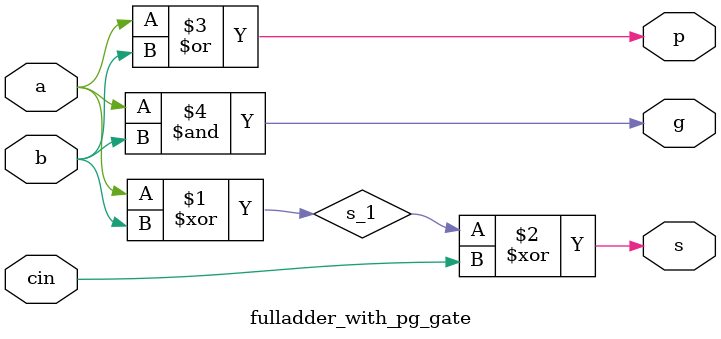
<source format=v>
`timescale 1ns / 1ps

module fulladder_with_pg_gate(
    input a,
    input b,
    input cin,
    output p,
    output g,
    output s
    );
        
parameter AND_DELAY=2, OR_DELAY=2, XOR_DELAY=2;
wire s_1;

	xor #XOR_DELAY (s_1, a, b);
     xor #XOR_DELAY (s, s_1, cin);
	or #OR_DELAY (p, a, b);
	and #AND_DELAY (g, a, b);

endmodule
</source>
